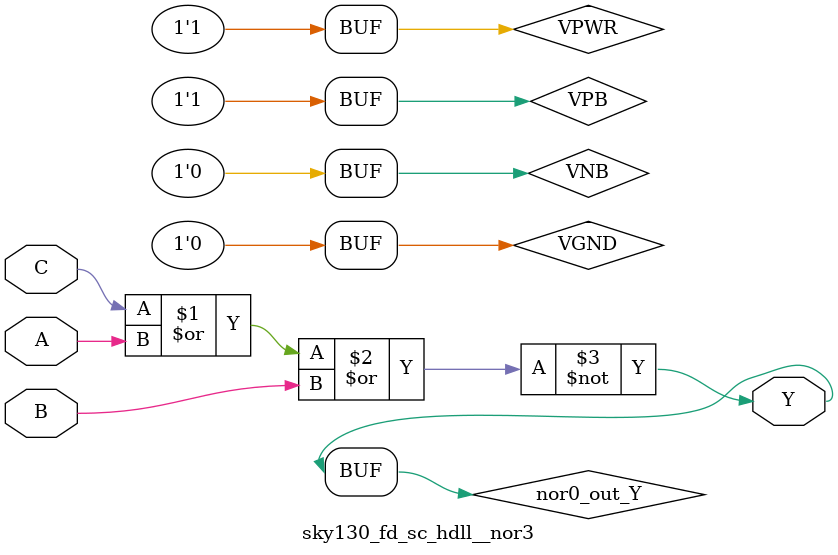
<source format=v>
/*
 * Copyright 2020 The SkyWater PDK Authors
 *
 * Licensed under the Apache License, Version 2.0 (the "License");
 * you may not use this file except in compliance with the License.
 * You may obtain a copy of the License at
 *
 *     https://www.apache.org/licenses/LICENSE-2.0
 *
 * Unless required by applicable law or agreed to in writing, software
 * distributed under the License is distributed on an "AS IS" BASIS,
 * WITHOUT WARRANTIES OR CONDITIONS OF ANY KIND, either express or implied.
 * See the License for the specific language governing permissions and
 * limitations under the License.
 *
 * SPDX-License-Identifier: Apache-2.0
*/


`ifndef SKY130_FD_SC_HDLL__NOR3_BEHAVIORAL_V
`define SKY130_FD_SC_HDLL__NOR3_BEHAVIORAL_V

/**
 * nor3: 3-input NOR.
 *
 *       Y = !(A | B | C | !D)
 *
 * Verilog simulation functional model.
 */

`timescale 1ns / 1ps
`default_nettype none

`celldefine
module sky130_fd_sc_hdll__nor3 (
    Y,
    A,
    B,
    C
);

    // Module ports
    output Y;
    input  A;
    input  B;
    input  C;

    // Module supplies
    supply1 VPWR;
    supply0 VGND;
    supply1 VPB ;
    supply0 VNB ;

    // Local signals
    wire nor0_out_Y;

    //  Name  Output      Other arguments
    nor nor0 (nor0_out_Y, C, A, B        );
    buf buf0 (Y         , nor0_out_Y     );

endmodule
`endcelldefine

`default_nettype wire
`endif  // SKY130_FD_SC_HDLL__NOR3_BEHAVIORAL_V
</source>
